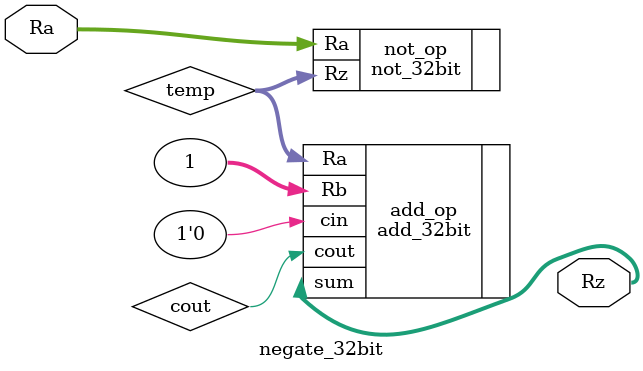
<source format=v>
module negate_32bit(
    input wire [31:0] Ra,   // Input value to negate
    output wire [31:0] Rz   // Output negated value
);

    wire [31:0] temp;  // Inverted bits (one’s complement)
    wire cout;         // Carry-out from addition (unused in negation)

    // Step 1: Bitwise NOT (one’s complement)
    not_32bit not_op (
        .Ra(Ra),
        .Rz(temp)
    );

    // Step 2: Add 1 to get two’s complement
    add_32bit add_op (
        .Ra(temp), 
        .Rb(32'd1), 
        .cin({1'd0}), 
        .sum(Rz), 
        .cout(cout)  // Carry-out is not used
    );

endmodule

</source>
